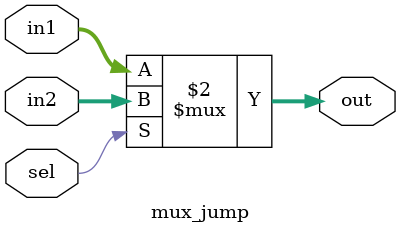
<source format=v>
module mux_jump (
    input [31:0] in1, in2, 
    input sel,
    output [31:0] out
);
    assign out = (sel == 0) ? in1 : in2;

endmodule
</source>
